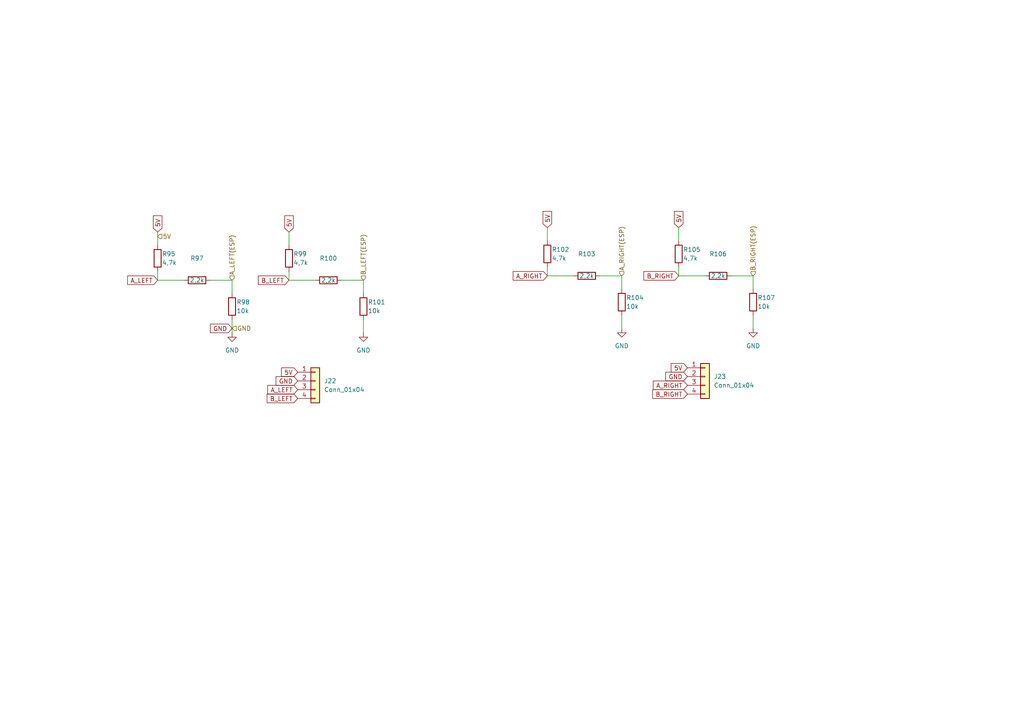
<source format=kicad_sch>
(kicad_sch (version 20230121) (generator eeschema)

  (uuid 748de521-c616-489d-91ba-4f2e48e8770b)

  (paper "A4")

  (title_block
    (rev "1")
  )

  (lib_symbols
    (symbol "Connector_Generic:Conn_01x04" (pin_names (offset 1.016) hide) (in_bom yes) (on_board yes)
      (property "Reference" "J" (at 0 5.08 0)
        (effects (font (size 1.27 1.27)))
      )
      (property "Value" "Conn_01x04" (at 0 -7.62 0)
        (effects (font (size 1.27 1.27)))
      )
      (property "Footprint" "" (at 0 0 0)
        (effects (font (size 1.27 1.27)) hide)
      )
      (property "Datasheet" "~" (at 0 0 0)
        (effects (font (size 1.27 1.27)) hide)
      )
      (property "ki_keywords" "connector" (at 0 0 0)
        (effects (font (size 1.27 1.27)) hide)
      )
      (property "ki_description" "Generic connector, single row, 01x04, script generated (kicad-library-utils/schlib/autogen/connector/)" (at 0 0 0)
        (effects (font (size 1.27 1.27)) hide)
      )
      (property "ki_fp_filters" "Connector*:*_1x??_*" (at 0 0 0)
        (effects (font (size 1.27 1.27)) hide)
      )
      (symbol "Conn_01x04_1_1"
        (rectangle (start -1.27 -4.953) (end 0 -5.207)
          (stroke (width 0.1524) (type default))
          (fill (type none))
        )
        (rectangle (start -1.27 -2.413) (end 0 -2.667)
          (stroke (width 0.1524) (type default))
          (fill (type none))
        )
        (rectangle (start -1.27 0.127) (end 0 -0.127)
          (stroke (width 0.1524) (type default))
          (fill (type none))
        )
        (rectangle (start -1.27 2.667) (end 0 2.413)
          (stroke (width 0.1524) (type default))
          (fill (type none))
        )
        (rectangle (start -1.27 3.81) (end 1.27 -6.35)
          (stroke (width 0.254) (type default))
          (fill (type background))
        )
        (pin passive line (at -5.08 2.54 0) (length 3.81)
          (name "Pin_1" (effects (font (size 1.27 1.27))))
          (number "1" (effects (font (size 1.27 1.27))))
        )
        (pin passive line (at -5.08 0 0) (length 3.81)
          (name "Pin_2" (effects (font (size 1.27 1.27))))
          (number "2" (effects (font (size 1.27 1.27))))
        )
        (pin passive line (at -5.08 -2.54 0) (length 3.81)
          (name "Pin_3" (effects (font (size 1.27 1.27))))
          (number "3" (effects (font (size 1.27 1.27))))
        )
        (pin passive line (at -5.08 -5.08 0) (length 3.81)
          (name "Pin_4" (effects (font (size 1.27 1.27))))
          (number "4" (effects (font (size 1.27 1.27))))
        )
      )
    )
    (symbol "Device:R" (pin_numbers hide) (pin_names (offset 0)) (in_bom yes) (on_board yes)
      (property "Reference" "R" (at 2.032 0 90)
        (effects (font (size 1.27 1.27)))
      )
      (property "Value" "R" (at 0 0 90)
        (effects (font (size 1.27 1.27)))
      )
      (property "Footprint" "" (at -1.778 0 90)
        (effects (font (size 1.27 1.27)) hide)
      )
      (property "Datasheet" "~" (at 0 0 0)
        (effects (font (size 1.27 1.27)) hide)
      )
      (property "ki_keywords" "R res resistor" (at 0 0 0)
        (effects (font (size 1.27 1.27)) hide)
      )
      (property "ki_description" "Resistor" (at 0 0 0)
        (effects (font (size 1.27 1.27)) hide)
      )
      (property "ki_fp_filters" "R_*" (at 0 0 0)
        (effects (font (size 1.27 1.27)) hide)
      )
      (symbol "R_0_1"
        (rectangle (start -1.016 -2.54) (end 1.016 2.54)
          (stroke (width 0.254) (type default))
          (fill (type none))
        )
      )
      (symbol "R_1_1"
        (pin passive line (at 0 3.81 270) (length 1.27)
          (name "~" (effects (font (size 1.27 1.27))))
          (number "1" (effects (font (size 1.27 1.27))))
        )
        (pin passive line (at 0 -3.81 90) (length 1.27)
          (name "~" (effects (font (size 1.27 1.27))))
          (number "2" (effects (font (size 1.27 1.27))))
        )
      )
    )
    (symbol "power:GND" (power) (pin_names (offset 0)) (in_bom yes) (on_board yes)
      (property "Reference" "#PWR" (at 0 -6.35 0)
        (effects (font (size 1.27 1.27)) hide)
      )
      (property "Value" "GND" (at 0 -3.81 0)
        (effects (font (size 1.27 1.27)))
      )
      (property "Footprint" "" (at 0 0 0)
        (effects (font (size 1.27 1.27)) hide)
      )
      (property "Datasheet" "" (at 0 0 0)
        (effects (font (size 1.27 1.27)) hide)
      )
      (property "ki_keywords" "global power" (at 0 0 0)
        (effects (font (size 1.27 1.27)) hide)
      )
      (property "ki_description" "Power symbol creates a global label with name \"GND\" , ground" (at 0 0 0)
        (effects (font (size 1.27 1.27)) hide)
      )
      (symbol "GND_0_1"
        (polyline
          (pts
            (xy 0 0)
            (xy 0 -1.27)
            (xy 1.27 -1.27)
            (xy 0 -2.54)
            (xy -1.27 -1.27)
            (xy 0 -1.27)
          )
          (stroke (width 0) (type default))
          (fill (type none))
        )
      )
      (symbol "GND_1_1"
        (pin power_in line (at 0 0 270) (length 0) hide
          (name "GND" (effects (font (size 1.27 1.27))))
          (number "1" (effects (font (size 1.27 1.27))))
        )
      )
    )
  )


  (wire (pts (xy 67.31 81.28) (xy 67.31 85.09))
    (stroke (width 0) (type default))
    (uuid 0f29edda-b0c9-45d0-815d-53ad3de044d7)
  )
  (wire (pts (xy 180.34 91.44) (xy 180.34 95.25))
    (stroke (width 0) (type default))
    (uuid 13085bf3-99b2-4925-9634-05ae75db88e0)
  )
  (wire (pts (xy 218.44 80.01) (xy 218.44 83.82))
    (stroke (width 0) (type default))
    (uuid 18bac5df-0b6a-423f-be87-299c44207a5e)
  )
  (wire (pts (xy 212.09 80.01) (xy 218.44 80.01))
    (stroke (width 0) (type default))
    (uuid 1fb9a806-589a-49b2-8c74-3126f0d771ff)
  )
  (wire (pts (xy 83.82 67.31) (xy 83.82 71.12))
    (stroke (width 0) (type default))
    (uuid 24aefba9-32ec-4eb1-9732-e875202c3124)
  )
  (wire (pts (xy 158.75 66.04) (xy 158.75 69.85))
    (stroke (width 0) (type default))
    (uuid 2efb890c-1576-42ba-b233-355bcd7613fd)
  )
  (wire (pts (xy 83.82 81.28) (xy 91.44 81.28))
    (stroke (width 0) (type default))
    (uuid 372d975c-8e3e-42db-b4b4-918b035acf2d)
  )
  (wire (pts (xy 218.44 91.44) (xy 218.44 95.25))
    (stroke (width 0) (type default))
    (uuid 3a0feb83-a326-4539-a451-48528cc33cf9)
  )
  (wire (pts (xy 60.96 81.28) (xy 67.31 81.28))
    (stroke (width 0) (type default))
    (uuid 43ec27ee-1327-4bb1-ad02-cf48a1714024)
  )
  (wire (pts (xy 196.85 66.04) (xy 196.85 69.85))
    (stroke (width 0) (type default))
    (uuid 483ef5e0-f329-46bb-a25f-fe1c510fe6f5)
  )
  (wire (pts (xy 105.41 81.28) (xy 105.41 85.09))
    (stroke (width 0) (type default))
    (uuid 54c54c35-f848-48cb-8547-27c0d29a1fe1)
  )
  (wire (pts (xy 99.06 81.28) (xy 105.41 81.28))
    (stroke (width 0) (type default))
    (uuid 550c47c4-a91f-494e-9856-c834cabcaeea)
  )
  (wire (pts (xy 45.72 78.74) (xy 45.72 81.28))
    (stroke (width 0) (type default))
    (uuid 5c2fc0a1-8278-4eb3-a158-fd7a7845596b)
  )
  (wire (pts (xy 158.75 77.47) (xy 158.75 80.01))
    (stroke (width 0) (type default))
    (uuid 68cef2b4-9d61-4128-a1a9-c2d7f7ff8d77)
  )
  (wire (pts (xy 173.99 80.01) (xy 180.34 80.01))
    (stroke (width 0) (type default))
    (uuid 8008f74a-e7cf-406a-ac1e-d74cc2e3307d)
  )
  (wire (pts (xy 105.41 92.71) (xy 105.41 96.52))
    (stroke (width 0) (type default))
    (uuid 959cdea8-9d21-4642-aa4b-e2c2be37e34a)
  )
  (wire (pts (xy 180.34 80.01) (xy 180.34 83.82))
    (stroke (width 0) (type default))
    (uuid a9a9697b-9238-440d-ae57-20bace1457f9)
  )
  (wire (pts (xy 83.82 78.74) (xy 83.82 81.28))
    (stroke (width 0) (type default))
    (uuid ac375bf2-7270-4db8-b3d9-e547dcdac8db)
  )
  (wire (pts (xy 196.85 80.01) (xy 204.47 80.01))
    (stroke (width 0) (type default))
    (uuid b2a468d8-b799-4da0-8f58-80eecb7cb50d)
  )
  (wire (pts (xy 67.31 92.71) (xy 67.31 96.52))
    (stroke (width 0) (type default))
    (uuid b39c8196-5b10-4d34-8c10-6c938eaddd26)
  )
  (wire (pts (xy 45.72 67.31) (xy 45.72 71.12))
    (stroke (width 0) (type default))
    (uuid b7648b0c-3380-404e-8942-67ca881625b4)
  )
  (wire (pts (xy 158.75 80.01) (xy 166.37 80.01))
    (stroke (width 0) (type default))
    (uuid bc4bbd96-3aae-4a73-8bd6-7f816899b785)
  )
  (wire (pts (xy 45.72 81.28) (xy 53.34 81.28))
    (stroke (width 0) (type default))
    (uuid d60631f0-eb9c-4642-9da2-2e4343231729)
  )
  (wire (pts (xy 196.85 77.47) (xy 196.85 80.01))
    (stroke (width 0) (type default))
    (uuid eb024404-24fb-477b-ae43-a5318bcc63a5)
  )

  (global_label "A_RIGHT" (shape input) (at 199.39 111.76 180) (fields_autoplaced)
    (effects (font (size 1.27 1.27)) (justify right))
    (uuid 029fb36c-c638-458a-ab41-4657f7ff5a0e)
    (property "Intersheetrefs" "${INTERSHEET_REFS}" (at 188.9057 111.76 0)
      (effects (font (size 1.27 1.27)) (justify right) hide)
    )
  )
  (global_label "A_RIGHT" (shape input) (at 158.75 80.01 180) (fields_autoplaced)
    (effects (font (size 1.27 1.27)) (justify right))
    (uuid 08c944cf-1ad4-4b01-965b-aeb6ce5b88b8)
    (property "Intersheetrefs" "${INTERSHEET_REFS}" (at 148.2657 80.01 0)
      (effects (font (size 1.27 1.27)) (justify right) hide)
    )
  )
  (global_label "5V" (shape input) (at 86.36 107.95 180) (fields_autoplaced)
    (effects (font (size 1.27 1.27)) (justify right))
    (uuid 18499f19-b2bd-4dbc-8448-6f5b1de4c9e5)
    (property "Intersheetrefs" "${INTERSHEET_REFS}" (at 81.0767 107.95 0)
      (effects (font (size 1.27 1.27)) (justify right) hide)
    )
  )
  (global_label "A_LEFT" (shape input) (at 86.36 113.03 180) (fields_autoplaced)
    (effects (font (size 1.27 1.27)) (justify right))
    (uuid 1f8cbd4a-caf1-4e04-b87a-0f4f47976539)
    (property "Intersheetrefs" "${INTERSHEET_REFS}" (at 77.0853 113.03 0)
      (effects (font (size 1.27 1.27)) (justify right) hide)
    )
  )
  (global_label "5V" (shape input) (at 45.72 67.31 90) (fields_autoplaced)
    (effects (font (size 1.27 1.27)) (justify left))
    (uuid 48e620f5-3076-43e9-aff6-a970f206a02a)
    (property "Intersheetrefs" "${INTERSHEET_REFS}" (at 45.72 62.0267 90)
      (effects (font (size 1.27 1.27)) (justify left) hide)
    )
  )
  (global_label "5V" (shape input) (at 158.75 66.04 90) (fields_autoplaced)
    (effects (font (size 1.27 1.27)) (justify left))
    (uuid 55ad70ef-cad2-4448-bbc9-19da94ad6701)
    (property "Intersheetrefs" "${INTERSHEET_REFS}" (at 158.75 60.7567 90)
      (effects (font (size 1.27 1.27)) (justify left) hide)
    )
  )
  (global_label "5V" (shape input) (at 196.85 66.04 90) (fields_autoplaced)
    (effects (font (size 1.27 1.27)) (justify left))
    (uuid 5b58b3df-2e51-4db0-803b-ac9e58f7cefc)
    (property "Intersheetrefs" "${INTERSHEET_REFS}" (at 196.85 60.7567 90)
      (effects (font (size 1.27 1.27)) (justify left) hide)
    )
  )
  (global_label "GND" (shape input) (at 67.31 95.25 180) (fields_autoplaced)
    (effects (font (size 1.27 1.27)) (justify right))
    (uuid 5fc70b7d-a4b1-41df-8d7d-64d118fc9586)
    (property "Intersheetrefs" "${INTERSHEET_REFS}" (at 60.4543 95.25 0)
      (effects (font (size 1.27 1.27)) (justify right) hide)
    )
  )
  (global_label "B_RIGHT" (shape input) (at 199.39 114.3 180) (fields_autoplaced)
    (effects (font (size 1.27 1.27)) (justify right))
    (uuid 680c97e7-c3c3-4346-acdc-e56a802a57a8)
    (property "Intersheetrefs" "${INTERSHEET_REFS}" (at 188.7243 114.3 0)
      (effects (font (size 1.27 1.27)) (justify right) hide)
    )
  )
  (global_label "GND" (shape input) (at 199.39 109.22 180) (fields_autoplaced)
    (effects (font (size 1.27 1.27)) (justify right))
    (uuid 795f52b4-a7d9-4ca6-957f-b4065c43c869)
    (property "Intersheetrefs" "${INTERSHEET_REFS}" (at 192.5343 109.22 0)
      (effects (font (size 1.27 1.27)) (justify right) hide)
    )
  )
  (global_label "5V" (shape input) (at 199.39 106.68 180) (fields_autoplaced)
    (effects (font (size 1.27 1.27)) (justify right))
    (uuid 85b511fd-6867-4c38-9f52-cff8bc3d114e)
    (property "Intersheetrefs" "${INTERSHEET_REFS}" (at 194.1067 106.68 0)
      (effects (font (size 1.27 1.27)) (justify right) hide)
    )
  )
  (global_label "B_LEFT" (shape input) (at 86.36 115.57 180) (fields_autoplaced)
    (effects (font (size 1.27 1.27)) (justify right))
    (uuid 87ed7025-d428-486f-aaad-0dd9a740c111)
    (property "Intersheetrefs" "${INTERSHEET_REFS}" (at 76.9039 115.57 0)
      (effects (font (size 1.27 1.27)) (justify right) hide)
    )
  )
  (global_label "GND" (shape input) (at 86.36 110.49 180) (fields_autoplaced)
    (effects (font (size 1.27 1.27)) (justify right))
    (uuid 8f3ca8d8-fa48-42e5-a532-9130b78179a1)
    (property "Intersheetrefs" "${INTERSHEET_REFS}" (at 79.5043 110.49 0)
      (effects (font (size 1.27 1.27)) (justify right) hide)
    )
  )
  (global_label "5V" (shape input) (at 83.82 67.31 90) (fields_autoplaced)
    (effects (font (size 1.27 1.27)) (justify left))
    (uuid abae2b95-81ce-4f70-97fc-c88fe9d88542)
    (property "Intersheetrefs" "${INTERSHEET_REFS}" (at 83.82 62.0267 90)
      (effects (font (size 1.27 1.27)) (justify left) hide)
    )
  )
  (global_label "B_RIGHT" (shape input) (at 196.85 80.01 180) (fields_autoplaced)
    (effects (font (size 1.27 1.27)) (justify right))
    (uuid bf79086c-7022-474d-b128-d443f8218994)
    (property "Intersheetrefs" "${INTERSHEET_REFS}" (at 186.1843 80.01 0)
      (effects (font (size 1.27 1.27)) (justify right) hide)
    )
  )
  (global_label "A_LEFT" (shape input) (at 45.72 81.28 180) (fields_autoplaced)
    (effects (font (size 1.27 1.27)) (justify right))
    (uuid dc0e3435-9217-4ed4-9474-535e8c59d541)
    (property "Intersheetrefs" "${INTERSHEET_REFS}" (at 36.4453 81.28 0)
      (effects (font (size 1.27 1.27)) (justify right) hide)
    )
  )
  (global_label "B_LEFT" (shape input) (at 83.82 81.28 180) (fields_autoplaced)
    (effects (font (size 1.27 1.27)) (justify right))
    (uuid fd8c2ba2-3621-4a5f-9ccb-4055ba1a133f)
    (property "Intersheetrefs" "${INTERSHEET_REFS}" (at 74.3639 81.28 0)
      (effects (font (size 1.27 1.27)) (justify right) hide)
    )
  )

  (hierarchical_label "GND" (shape input) (at 67.31 95.25 0) (fields_autoplaced)
    (effects (font (size 1.27 1.27)) (justify left))
    (uuid 0a0326cf-0fa2-4d1c-880a-f6537b372c67)
  )
  (hierarchical_label "A_LEFT(ESP)" (shape input) (at 67.31 81.28 90) (fields_autoplaced)
    (effects (font (size 1.27 1.27)) (justify left))
    (uuid 6541e8a2-9a70-462d-b641-ed35deb1f028)
  )
  (hierarchical_label "A_RIGHT(ESP)" (shape input) (at 180.34 80.01 90) (fields_autoplaced)
    (effects (font (size 1.27 1.27)) (justify left))
    (uuid 72a091cd-0ae9-4733-a84b-d72241864a1a)
  )
  (hierarchical_label "B_RIGHT(ESP)" (shape input) (at 218.44 80.01 90) (fields_autoplaced)
    (effects (font (size 1.27 1.27)) (justify left))
    (uuid 870884a0-ed3e-4823-9bde-61f98bcf57cb)
  )
  (hierarchical_label "5V" (shape input) (at 45.72 68.58 0) (fields_autoplaced)
    (effects (font (size 1.27 1.27)) (justify left))
    (uuid c344bc5f-8c78-4681-8656-651eb981d7ba)
  )
  (hierarchical_label "B_LEFT(ESP)" (shape input) (at 105.41 81.28 90) (fields_autoplaced)
    (effects (font (size 1.27 1.27)) (justify left))
    (uuid c4f0e3be-75b2-4c59-834d-da149fb9a8d7)
  )

  (symbol (lib_id "power:GND") (at 180.34 95.25 0) (unit 1)
    (in_bom yes) (on_board yes) (dnp no) (fields_autoplaced)
    (uuid 1aaccf51-4c4d-42d5-b681-afebbef0526a)
    (property "Reference" "#PWR0136" (at 180.34 101.6 0)
      (effects (font (size 1.27 1.27)) hide)
    )
    (property "Value" "GND" (at 180.34 100.33 0)
      (effects (font (size 1.27 1.27)))
    )
    (property "Footprint" "" (at 180.34 95.25 0)
      (effects (font (size 1.27 1.27)) hide)
    )
    (property "Datasheet" "" (at 180.34 95.25 0)
      (effects (font (size 1.27 1.27)) hide)
    )
    (pin "1" (uuid 489c1555-24ef-4785-8b49-55cc520bbeeb))
    (instances
      (project "fred_v3"
        (path "/210292b2-d6ba-424c-bd40-e4a2be18eb8d/0e3fc8cf-969d-492f-823d-ed0765038f7e/e820c621-0b33-479a-8ebb-222682e77b1f"
          (reference "#PWR0136") (unit 1)
        )
      )
    )
  )

  (symbol (lib_id "power:GND") (at 67.31 96.52 0) (unit 1)
    (in_bom yes) (on_board yes) (dnp no) (fields_autoplaced)
    (uuid 1c62aba1-ab41-4cd8-a04d-a6e4de0c20ed)
    (property "Reference" "#PWR0134" (at 67.31 102.87 0)
      (effects (font (size 1.27 1.27)) hide)
    )
    (property "Value" "GND" (at 67.31 101.6 0)
      (effects (font (size 1.27 1.27)))
    )
    (property "Footprint" "" (at 67.31 96.52 0)
      (effects (font (size 1.27 1.27)) hide)
    )
    (property "Datasheet" "" (at 67.31 96.52 0)
      (effects (font (size 1.27 1.27)) hide)
    )
    (pin "1" (uuid d8e155c2-217b-4b5a-866f-389ae2c2b33e))
    (instances
      (project "fred_v3"
        (path "/210292b2-d6ba-424c-bd40-e4a2be18eb8d/0e3fc8cf-969d-492f-823d-ed0765038f7e/e820c621-0b33-479a-8ebb-222682e77b1f"
          (reference "#PWR0134") (unit 1)
        )
      )
    )
  )

  (symbol (lib_id "Connector_Generic:Conn_01x04") (at 204.47 109.22 0) (unit 1)
    (in_bom yes) (on_board yes) (dnp no) (fields_autoplaced)
    (uuid 1f8acf71-023c-4368-bf68-4d412101a54b)
    (property "Reference" "J23" (at 207.01 109.22 0)
      (effects (font (size 1.27 1.27)) (justify left))
    )
    (property "Value" "Conn_01x04" (at 207.01 111.76 0)
      (effects (font (size 1.27 1.27)) (justify left))
    )
    (property "Footprint" "Connector_JST:JST_EH_S4B-EH_1x04_P2.50mm_Horizontal" (at 204.47 109.22 0)
      (effects (font (size 1.27 1.27)) hide)
    )
    (property "Datasheet" "~" (at 204.47 109.22 0)
      (effects (font (size 1.27 1.27)) hide)
    )
    (pin "1" (uuid c7e3a4da-93e7-496b-ab3e-bd7aa1e390d0))
    (pin "2" (uuid 750041db-c98e-4699-8e6d-468d2149fdf6))
    (pin "3" (uuid f3ca3701-a4fe-4e93-b347-2a3877c0154a))
    (pin "4" (uuid e4d19337-019d-4017-b445-c2015a593c08))
    (instances
      (project "fred_v3"
        (path "/210292b2-d6ba-424c-bd40-e4a2be18eb8d/0e3fc8cf-969d-492f-823d-ed0765038f7e/e820c621-0b33-479a-8ebb-222682e77b1f"
          (reference "J23") (unit 1)
        )
      )
    )
  )

  (symbol (lib_id "Device:R") (at 57.15 81.28 90) (unit 1)
    (in_bom yes) (on_board yes) (dnp no)
    (uuid 20566f54-d442-4aa1-972b-cb18397f5199)
    (property "Reference" "R97" (at 57.15 74.93 90)
      (effects (font (size 1.27 1.27)))
    )
    (property "Value" "2,2k" (at 57.15 81.28 90)
      (effects (font (size 1.27 1.27)))
    )
    (property "Footprint" "Resistor_SMD:R_0603_1608Metric_Pad0.98x0.95mm_HandSolder" (at 57.15 83.058 90)
      (effects (font (size 1.27 1.27)) hide)
    )
    (property "Datasheet" "~" (at 57.15 81.28 0)
      (effects (font (size 1.27 1.27)) hide)
    )
    (pin "1" (uuid 734e53b1-ab5c-44fa-9657-b674a7fdf0c7))
    (pin "2" (uuid 8aafd165-bd65-47b8-b440-4f5bcffbd5a1))
    (instances
      (project "fred_v3"
        (path "/210292b2-d6ba-424c-bd40-e4a2be18eb8d/0e3fc8cf-969d-492f-823d-ed0765038f7e/e820c621-0b33-479a-8ebb-222682e77b1f"
          (reference "R97") (unit 1)
        )
      )
    )
  )

  (symbol (lib_id "Device:R") (at 196.85 73.66 180) (unit 1)
    (in_bom yes) (on_board yes) (dnp no)
    (uuid 21d24958-ad27-428c-a4c3-26186d4c147a)
    (property "Reference" "R105" (at 198.12 72.39 0)
      (effects (font (size 1.27 1.27)) (justify right))
    )
    (property "Value" "4,7k" (at 198.12 74.93 0)
      (effects (font (size 1.27 1.27)) (justify right))
    )
    (property "Footprint" "Resistor_SMD:R_0603_1608Metric_Pad0.98x0.95mm_HandSolder" (at 198.628 73.66 90)
      (effects (font (size 1.27 1.27)) hide)
    )
    (property "Datasheet" "~" (at 196.85 73.66 0)
      (effects (font (size 1.27 1.27)) hide)
    )
    (pin "1" (uuid fe44471c-f605-4766-b18c-49fb7ee69a24))
    (pin "2" (uuid 2d7cf3a3-5b22-4047-b76c-1e5f06b6a532))
    (instances
      (project "fred_v3"
        (path "/210292b2-d6ba-424c-bd40-e4a2be18eb8d/0e3fc8cf-969d-492f-823d-ed0765038f7e/e820c621-0b33-479a-8ebb-222682e77b1f"
          (reference "R105") (unit 1)
        )
      )
    )
  )

  (symbol (lib_id "Device:R") (at 45.72 74.93 180) (unit 1)
    (in_bom yes) (on_board yes) (dnp no)
    (uuid 222a6036-f724-4618-8ae5-85285f50bb3e)
    (property "Reference" "R95" (at 46.99 73.66 0)
      (effects (font (size 1.27 1.27)) (justify right))
    )
    (property "Value" "4,7k" (at 46.99 76.2 0)
      (effects (font (size 1.27 1.27)) (justify right))
    )
    (property "Footprint" "Resistor_SMD:R_0603_1608Metric_Pad0.98x0.95mm_HandSolder" (at 47.498 74.93 90)
      (effects (font (size 1.27 1.27)) hide)
    )
    (property "Datasheet" "~" (at 45.72 74.93 0)
      (effects (font (size 1.27 1.27)) hide)
    )
    (pin "1" (uuid db0e7020-450b-494f-a048-0cc889c9d739))
    (pin "2" (uuid aacb424e-9d50-4cd6-b6e1-f895bdab9d95))
    (instances
      (project "fred_v3"
        (path "/210292b2-d6ba-424c-bd40-e4a2be18eb8d/0e3fc8cf-969d-492f-823d-ed0765038f7e/e820c621-0b33-479a-8ebb-222682e77b1f"
          (reference "R95") (unit 1)
        )
      )
    )
  )

  (symbol (lib_id "Device:R") (at 95.25 81.28 90) (unit 1)
    (in_bom yes) (on_board yes) (dnp no)
    (uuid 2335bcc0-faf7-4a71-86d9-3351570eaa24)
    (property "Reference" "R100" (at 95.25 74.93 90)
      (effects (font (size 1.27 1.27)))
    )
    (property "Value" "2,2k" (at 95.25 81.28 90)
      (effects (font (size 1.27 1.27)))
    )
    (property "Footprint" "Resistor_SMD:R_0603_1608Metric_Pad0.98x0.95mm_HandSolder" (at 95.25 83.058 90)
      (effects (font (size 1.27 1.27)) hide)
    )
    (property "Datasheet" "~" (at 95.25 81.28 0)
      (effects (font (size 1.27 1.27)) hide)
    )
    (pin "1" (uuid be9eabc5-633e-4ec9-b9a9-50eb14aa0c64))
    (pin "2" (uuid 94641aa6-037a-4f15-b6be-de7f99b3645a))
    (instances
      (project "fred_v3"
        (path "/210292b2-d6ba-424c-bd40-e4a2be18eb8d/0e3fc8cf-969d-492f-823d-ed0765038f7e/e820c621-0b33-479a-8ebb-222682e77b1f"
          (reference "R100") (unit 1)
        )
      )
    )
  )

  (symbol (lib_id "Device:R") (at 208.28 80.01 90) (unit 1)
    (in_bom yes) (on_board yes) (dnp no)
    (uuid 4d43359c-eef3-4ca7-bcad-c7f60ef2482c)
    (property "Reference" "R106" (at 208.28 73.66 90)
      (effects (font (size 1.27 1.27)))
    )
    (property "Value" "2,2k" (at 208.28 80.01 90)
      (effects (font (size 1.27 1.27)))
    )
    (property "Footprint" "Resistor_SMD:R_0603_1608Metric_Pad0.98x0.95mm_HandSolder" (at 208.28 81.788 90)
      (effects (font (size 1.27 1.27)) hide)
    )
    (property "Datasheet" "~" (at 208.28 80.01 0)
      (effects (font (size 1.27 1.27)) hide)
    )
    (pin "1" (uuid f59dddf2-1569-45c3-847e-95c7f93c8011))
    (pin "2" (uuid 462a38ce-8617-453e-949b-ce9485ff8fa0))
    (instances
      (project "fred_v3"
        (path "/210292b2-d6ba-424c-bd40-e4a2be18eb8d/0e3fc8cf-969d-492f-823d-ed0765038f7e/e820c621-0b33-479a-8ebb-222682e77b1f"
          (reference "R106") (unit 1)
        )
      )
    )
  )

  (symbol (lib_id "Device:R") (at 83.82 74.93 180) (unit 1)
    (in_bom yes) (on_board yes) (dnp no)
    (uuid 5afefd81-7f76-4a28-b235-4d201614ac74)
    (property "Reference" "R99" (at 85.09 73.66 0)
      (effects (font (size 1.27 1.27)) (justify right))
    )
    (property "Value" "4,7k" (at 85.09 76.2 0)
      (effects (font (size 1.27 1.27)) (justify right))
    )
    (property "Footprint" "Resistor_SMD:R_0603_1608Metric_Pad0.98x0.95mm_HandSolder" (at 85.598 74.93 90)
      (effects (font (size 1.27 1.27)) hide)
    )
    (property "Datasheet" "~" (at 83.82 74.93 0)
      (effects (font (size 1.27 1.27)) hide)
    )
    (pin "1" (uuid 66ac9892-e8d6-4dc8-bd81-5e83dec55ce5))
    (pin "2" (uuid e1a7d695-3627-4a3d-b06f-4ee51b9b863a))
    (instances
      (project "fred_v3"
        (path "/210292b2-d6ba-424c-bd40-e4a2be18eb8d/0e3fc8cf-969d-492f-823d-ed0765038f7e/e820c621-0b33-479a-8ebb-222682e77b1f"
          (reference "R99") (unit 1)
        )
      )
    )
  )

  (symbol (lib_id "Device:R") (at 218.44 87.63 180) (unit 1)
    (in_bom yes) (on_board yes) (dnp no)
    (uuid 6a872a26-0cdd-4e09-9632-2f9da488eabd)
    (property "Reference" "R107" (at 219.71 86.36 0)
      (effects (font (size 1.27 1.27)) (justify right))
    )
    (property "Value" "10k" (at 219.71 88.9 0)
      (effects (font (size 1.27 1.27)) (justify right))
    )
    (property "Footprint" "Resistor_SMD:R_0603_1608Metric_Pad0.98x0.95mm_HandSolder" (at 220.218 87.63 90)
      (effects (font (size 1.27 1.27)) hide)
    )
    (property "Datasheet" "~" (at 218.44 87.63 0)
      (effects (font (size 1.27 1.27)) hide)
    )
    (pin "1" (uuid 44fce5de-4fe5-4468-9d68-2f64f38a2e49))
    (pin "2" (uuid 121006bd-0a18-4826-9b08-3d572fc31a67))
    (instances
      (project "fred_v3"
        (path "/210292b2-d6ba-424c-bd40-e4a2be18eb8d/0e3fc8cf-969d-492f-823d-ed0765038f7e/e820c621-0b33-479a-8ebb-222682e77b1f"
          (reference "R107") (unit 1)
        )
      )
    )
  )

  (symbol (lib_id "power:GND") (at 218.44 95.25 0) (unit 1)
    (in_bom yes) (on_board yes) (dnp no) (fields_autoplaced)
    (uuid 82fbe4be-401e-4b8c-84e7-02006be71099)
    (property "Reference" "#PWR0137" (at 218.44 101.6 0)
      (effects (font (size 1.27 1.27)) hide)
    )
    (property "Value" "GND" (at 218.44 100.33 0)
      (effects (font (size 1.27 1.27)))
    )
    (property "Footprint" "" (at 218.44 95.25 0)
      (effects (font (size 1.27 1.27)) hide)
    )
    (property "Datasheet" "" (at 218.44 95.25 0)
      (effects (font (size 1.27 1.27)) hide)
    )
    (pin "1" (uuid 3dfd0034-4f04-4a2d-9659-7313f0ad93d4))
    (instances
      (project "fred_v3"
        (path "/210292b2-d6ba-424c-bd40-e4a2be18eb8d/0e3fc8cf-969d-492f-823d-ed0765038f7e/e820c621-0b33-479a-8ebb-222682e77b1f"
          (reference "#PWR0137") (unit 1)
        )
      )
    )
  )

  (symbol (lib_id "Device:R") (at 180.34 87.63 180) (unit 1)
    (in_bom yes) (on_board yes) (dnp no)
    (uuid a14b0265-cd4a-4d68-b0d7-abcd7f1a5d2a)
    (property "Reference" "R104" (at 181.61 86.36 0)
      (effects (font (size 1.27 1.27)) (justify right))
    )
    (property "Value" "10k" (at 181.61 88.9 0)
      (effects (font (size 1.27 1.27)) (justify right))
    )
    (property "Footprint" "Resistor_SMD:R_0603_1608Metric_Pad0.98x0.95mm_HandSolder" (at 182.118 87.63 90)
      (effects (font (size 1.27 1.27)) hide)
    )
    (property "Datasheet" "~" (at 180.34 87.63 0)
      (effects (font (size 1.27 1.27)) hide)
    )
    (pin "1" (uuid 61ef0a42-1741-4c4c-9038-d3baac9e1fc9))
    (pin "2" (uuid d414e511-ad22-41ff-b47f-5b7db85a703f))
    (instances
      (project "fred_v3"
        (path "/210292b2-d6ba-424c-bd40-e4a2be18eb8d/0e3fc8cf-969d-492f-823d-ed0765038f7e/e820c621-0b33-479a-8ebb-222682e77b1f"
          (reference "R104") (unit 1)
        )
      )
    )
  )

  (symbol (lib_id "Connector_Generic:Conn_01x04") (at 91.44 110.49 0) (unit 1)
    (in_bom yes) (on_board yes) (dnp no) (fields_autoplaced)
    (uuid a4d3c3cb-f0ed-4c04-a7dd-eda908753965)
    (property "Reference" "J22" (at 93.98 110.49 0)
      (effects (font (size 1.27 1.27)) (justify left))
    )
    (property "Value" "Conn_01x04" (at 93.98 113.03 0)
      (effects (font (size 1.27 1.27)) (justify left))
    )
    (property "Footprint" "Connector_JST:JST_EH_S4B-EH_1x04_P2.50mm_Horizontal" (at 91.44 110.49 0)
      (effects (font (size 1.27 1.27)) hide)
    )
    (property "Datasheet" "~" (at 91.44 110.49 0)
      (effects (font (size 1.27 1.27)) hide)
    )
    (pin "1" (uuid b8518bf0-e6fa-46ff-86fe-c9d5d52a7c29))
    (pin "2" (uuid 63aefb94-6453-415c-b0e4-ab142920292d))
    (pin "3" (uuid a6286e2e-3263-4ea0-a887-1d501e4fb9fb))
    (pin "4" (uuid 430f34ca-5b11-4d00-82e0-28251a522e53))
    (instances
      (project "fred_v3"
        (path "/210292b2-d6ba-424c-bd40-e4a2be18eb8d/0e3fc8cf-969d-492f-823d-ed0765038f7e/e820c621-0b33-479a-8ebb-222682e77b1f"
          (reference "J22") (unit 1)
        )
      )
    )
  )

  (symbol (lib_id "Device:R") (at 158.75 73.66 180) (unit 1)
    (in_bom yes) (on_board yes) (dnp no)
    (uuid ac95662c-ad7b-4db8-bdb2-005843cc943b)
    (property "Reference" "R102" (at 160.02 72.39 0)
      (effects (font (size 1.27 1.27)) (justify right))
    )
    (property "Value" "4,7k" (at 160.02 74.93 0)
      (effects (font (size 1.27 1.27)) (justify right))
    )
    (property "Footprint" "Resistor_SMD:R_0603_1608Metric_Pad0.98x0.95mm_HandSolder" (at 160.528 73.66 90)
      (effects (font (size 1.27 1.27)) hide)
    )
    (property "Datasheet" "~" (at 158.75 73.66 0)
      (effects (font (size 1.27 1.27)) hide)
    )
    (pin "1" (uuid 4201a6ef-2f1f-46e6-ba94-905d2fa8b43e))
    (pin "2" (uuid f75f6a23-e8b9-4224-86b0-cc299b2d5520))
    (instances
      (project "fred_v3"
        (path "/210292b2-d6ba-424c-bd40-e4a2be18eb8d/0e3fc8cf-969d-492f-823d-ed0765038f7e/e820c621-0b33-479a-8ebb-222682e77b1f"
          (reference "R102") (unit 1)
        )
      )
    )
  )

  (symbol (lib_id "Device:R") (at 170.18 80.01 90) (unit 1)
    (in_bom yes) (on_board yes) (dnp no)
    (uuid bcd088bc-7fcf-4699-922a-11953568e1e3)
    (property "Reference" "R103" (at 170.18 73.66 90)
      (effects (font (size 1.27 1.27)))
    )
    (property "Value" "2,2k" (at 170.18 80.01 90)
      (effects (font (size 1.27 1.27)))
    )
    (property "Footprint" "Resistor_SMD:R_0603_1608Metric_Pad0.98x0.95mm_HandSolder" (at 170.18 81.788 90)
      (effects (font (size 1.27 1.27)) hide)
    )
    (property "Datasheet" "~" (at 170.18 80.01 0)
      (effects (font (size 1.27 1.27)) hide)
    )
    (pin "1" (uuid f07db1dc-dc5e-4fd7-80f0-432fe0e8a636))
    (pin "2" (uuid bdc87ee6-a81e-483c-a04f-253465c9e749))
    (instances
      (project "fred_v3"
        (path "/210292b2-d6ba-424c-bd40-e4a2be18eb8d/0e3fc8cf-969d-492f-823d-ed0765038f7e/e820c621-0b33-479a-8ebb-222682e77b1f"
          (reference "R103") (unit 1)
        )
      )
    )
  )

  (symbol (lib_id "power:GND") (at 105.41 96.52 0) (unit 1)
    (in_bom yes) (on_board yes) (dnp no) (fields_autoplaced)
    (uuid c2206815-ee23-4b39-b8e8-4878dbca467b)
    (property "Reference" "#PWR0135" (at 105.41 102.87 0)
      (effects (font (size 1.27 1.27)) hide)
    )
    (property "Value" "GND" (at 105.41 101.6 0)
      (effects (font (size 1.27 1.27)))
    )
    (property "Footprint" "" (at 105.41 96.52 0)
      (effects (font (size 1.27 1.27)) hide)
    )
    (property "Datasheet" "" (at 105.41 96.52 0)
      (effects (font (size 1.27 1.27)) hide)
    )
    (pin "1" (uuid d42bb70f-37c7-497c-b454-6a40e6d70f56))
    (instances
      (project "fred_v3"
        (path "/210292b2-d6ba-424c-bd40-e4a2be18eb8d/0e3fc8cf-969d-492f-823d-ed0765038f7e/e820c621-0b33-479a-8ebb-222682e77b1f"
          (reference "#PWR0135") (unit 1)
        )
      )
    )
  )

  (symbol (lib_id "Device:R") (at 105.41 88.9 180) (unit 1)
    (in_bom yes) (on_board yes) (dnp no)
    (uuid ce4b3aee-b03f-49e7-bf76-6876a053e83d)
    (property "Reference" "R101" (at 106.68 87.63 0)
      (effects (font (size 1.27 1.27)) (justify right))
    )
    (property "Value" "10k" (at 106.68 90.17 0)
      (effects (font (size 1.27 1.27)) (justify right))
    )
    (property "Footprint" "Resistor_SMD:R_0603_1608Metric_Pad0.98x0.95mm_HandSolder" (at 107.188 88.9 90)
      (effects (font (size 1.27 1.27)) hide)
    )
    (property "Datasheet" "~" (at 105.41 88.9 0)
      (effects (font (size 1.27 1.27)) hide)
    )
    (pin "1" (uuid fb2107d2-5ce5-451d-98b7-a80eeabe3c7e))
    (pin "2" (uuid 2dabc7d3-ea73-4ff6-8ad4-09e1a426ddf6))
    (instances
      (project "fred_v3"
        (path "/210292b2-d6ba-424c-bd40-e4a2be18eb8d/0e3fc8cf-969d-492f-823d-ed0765038f7e/e820c621-0b33-479a-8ebb-222682e77b1f"
          (reference "R101") (unit 1)
        )
      )
    )
  )

  (symbol (lib_id "Device:R") (at 67.31 88.9 180) (unit 1)
    (in_bom yes) (on_board yes) (dnp no)
    (uuid ff998f22-108f-473c-b759-cfe5cc733075)
    (property "Reference" "R98" (at 68.58 87.63 0)
      (effects (font (size 1.27 1.27)) (justify right))
    )
    (property "Value" "10k" (at 68.58 90.17 0)
      (effects (font (size 1.27 1.27)) (justify right))
    )
    (property "Footprint" "Resistor_SMD:R_0603_1608Metric_Pad0.98x0.95mm_HandSolder" (at 69.088 88.9 90)
      (effects (font (size 1.27 1.27)) hide)
    )
    (property "Datasheet" "~" (at 67.31 88.9 0)
      (effects (font (size 1.27 1.27)) hide)
    )
    (pin "1" (uuid cbec1944-b9a8-4166-bbdd-fafe51e8f1a9))
    (pin "2" (uuid 9009cb82-1473-4067-8592-7631f0ae6b4f))
    (instances
      (project "fred_v3"
        (path "/210292b2-d6ba-424c-bd40-e4a2be18eb8d/0e3fc8cf-969d-492f-823d-ed0765038f7e/e820c621-0b33-479a-8ebb-222682e77b1f"
          (reference "R98") (unit 1)
        )
      )
    )
  )
)

</source>
